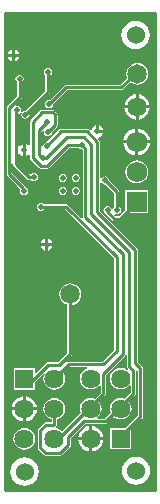
<source format=gbl>
G04*
G04 #@! TF.GenerationSoftware,Altium Limited,Altium Designer,18.0.12 (696)*
G04*
G04 Layer_Physical_Order=2*
G04 Layer_Color=16711680*
%FSLAX25Y25*%
%MOIN*%
G70*
G01*
G75*
%ADD10C,0.01000*%
%ADD53C,0.06890*%
%ADD54R,0.06890X0.06890*%
%ADD55C,0.06400*%
%ADD56R,0.06400X0.06400*%
%ADD57C,0.06000*%
%ADD58C,0.06500*%
%ADD59C,0.02000*%
%ADD60C,0.01968*%
G36*
X262598Y277854D02*
X212598Y277854D01*
X212598Y382795D01*
X213098Y382946D01*
X213164Y382849D01*
X216510Y379502D01*
X217645Y378367D01*
X217524Y378186D01*
X217418Y377658D01*
X217524Y377129D01*
X217823Y376681D01*
X218271Y376382D01*
X218799Y376277D01*
X219328Y376382D01*
X219776Y376681D01*
X220075Y377129D01*
X220180Y377658D01*
X220075Y378186D01*
X219776Y378634D01*
X219338Y378926D01*
X219309Y379074D01*
X219120Y379356D01*
X217742Y380734D01*
X214651Y383825D01*
Y386612D01*
X215151Y386661D01*
X215199Y386419D01*
X215388Y386137D01*
X219857Y381667D01*
X220139Y381479D01*
X220473Y381412D01*
X221000D01*
X221071Y381307D01*
X221519Y381008D01*
X222047Y380903D01*
X222576Y381008D01*
X223024Y381307D01*
X223323Y381755D01*
X223428Y382283D01*
X223323Y382812D01*
X223024Y383260D01*
X222576Y383559D01*
X222047Y383664D01*
X221519Y383559D01*
X221071Y383260D01*
X220580Y383408D01*
X216875Y387113D01*
Y389866D01*
X217375Y390018D01*
X217456Y389897D01*
X218117Y389455D01*
X218398Y389399D01*
Y391339D01*
Y393278D01*
X218117Y393223D01*
X217456Y392780D01*
X217375Y392659D01*
X216875Y392811D01*
Y403411D01*
X217064Y403449D01*
X217512Y403748D01*
X217523Y403765D01*
X217994Y403570D01*
X217911Y403150D01*
X218016Y402621D01*
X218315Y402173D01*
X218763Y401874D01*
X219291Y401769D01*
X219820Y401874D01*
X220268Y402173D01*
X220567Y402621D01*
X220672Y403150D01*
X220648Y403274D01*
X227388Y410014D01*
X227576Y410297D01*
X227643Y410630D01*
Y416276D01*
X227748Y416346D01*
X228047Y416794D01*
X228152Y417323D01*
X228047Y417851D01*
X227748Y418299D01*
X227300Y418599D01*
X226772Y418704D01*
X226243Y418599D01*
X225795Y418299D01*
X225496Y417851D01*
X225391Y417323D01*
X225496Y416794D01*
X225795Y416346D01*
X225901Y416276D01*
Y410991D01*
X219416Y404506D01*
X219291Y404530D01*
X218763Y404425D01*
X218315Y404126D01*
X218304Y404109D01*
X217833Y404304D01*
X217916Y404724D01*
X217811Y405253D01*
X217512Y405701D01*
X217064Y406000D01*
X216535Y406105D01*
X216256Y406050D01*
X216010Y406511D01*
X217939Y408439D01*
X218128Y408722D01*
X218194Y409055D01*
Y414111D01*
X218299Y414181D01*
X218599Y414629D01*
X218704Y415158D01*
X218599Y415686D01*
X218299Y416134D01*
X217851Y416433D01*
X217323Y416538D01*
X216794Y416433D01*
X216346Y416134D01*
X216047Y415686D01*
X215942Y415158D01*
X216047Y414629D01*
X216346Y414181D01*
X216452Y414111D01*
Y409416D01*
X213164Y406128D01*
X213098Y406030D01*
X212598Y406182D01*
Y437008D01*
X262598Y437008D01*
X262598Y277854D01*
D02*
G37*
%LPC*%
G36*
X256004Y434450D02*
X254781Y434289D01*
X253641Y433817D01*
X252662Y433066D01*
X251912Y432087D01*
X251439Y430947D01*
X251278Y429724D01*
X251439Y428501D01*
X251912Y427362D01*
X252662Y426383D01*
X253641Y425632D01*
X254781Y425160D01*
X256004Y424999D01*
X257227Y425160D01*
X258367Y425632D01*
X259345Y426383D01*
X260096Y427362D01*
X260568Y428501D01*
X260729Y429724D01*
X260568Y430947D01*
X260096Y432087D01*
X259345Y433066D01*
X258367Y433817D01*
X257227Y434289D01*
X256004Y434450D01*
D02*
G37*
G36*
X215854Y424774D02*
Y423335D01*
X217294D01*
X217238Y423615D01*
X216796Y424277D01*
X216135Y424719D01*
X215854Y424774D01*
D02*
G37*
G36*
X214854D02*
X214574Y424719D01*
X213912Y424277D01*
X213470Y423615D01*
X213415Y423335D01*
X214854D01*
Y424774D01*
D02*
G37*
G36*
X217294Y422335D02*
X215854D01*
Y420895D01*
X216135Y420951D01*
X216796Y421393D01*
X217238Y422054D01*
X217294Y422335D01*
D02*
G37*
G36*
X214854D02*
X213415D01*
X213470Y422054D01*
X213912Y421393D01*
X214574Y420951D01*
X214854Y420895D01*
Y422335D01*
D02*
G37*
G36*
X256594Y420368D02*
X255654Y420244D01*
X254777Y419881D01*
X254024Y419303D01*
X253446Y418550D01*
X253083Y417673D01*
X252959Y416732D01*
X253083Y415791D01*
X253216Y415471D01*
X250919Y413174D01*
X232972D01*
X232639Y413108D01*
X232357Y412919D01*
X227454Y408016D01*
X227165Y408074D01*
X226637Y407969D01*
X226189Y407669D01*
X225890Y407221D01*
X225784Y406693D01*
X225890Y406165D01*
X226189Y405717D01*
X226637Y405417D01*
X227165Y405312D01*
X227694Y405417D01*
X228142Y405717D01*
X228441Y406165D01*
X228534Y406633D01*
X233333Y411432D01*
X251279D01*
X251613Y411498D01*
X251895Y411687D01*
X254220Y414011D01*
X254777Y413584D01*
X255654Y413221D01*
X256594Y413097D01*
X257535Y413221D01*
X258412Y413584D01*
X259165Y414162D01*
X259743Y414915D01*
X260106Y415791D01*
X260230Y416732D01*
X260106Y417673D01*
X259743Y418550D01*
X259165Y419303D01*
X258412Y419881D01*
X257535Y420244D01*
X256594Y420368D01*
D02*
G37*
G36*
X256996Y409930D02*
Y406209D01*
X260717D01*
X260637Y406818D01*
X260208Y407852D01*
X259527Y408740D01*
X258639Y409421D01*
X257606Y409849D01*
X256996Y409930D01*
D02*
G37*
G36*
X255996D02*
X255387Y409849D01*
X254353Y409421D01*
X253465Y408740D01*
X252784Y407852D01*
X252356Y406818D01*
X252275Y406209D01*
X255996D01*
Y409930D01*
D02*
G37*
G36*
X260717Y405209D02*
X256996D01*
Y401488D01*
X257606Y401568D01*
X258639Y401996D01*
X259527Y402677D01*
X260208Y403565D01*
X260637Y404599D01*
X260717Y405209D01*
D02*
G37*
G36*
X255996D02*
X252275D01*
X252356Y404599D01*
X252784Y403565D01*
X253465Y402677D01*
X254353Y401996D01*
X255387Y401568D01*
X255996Y401488D01*
Y405209D01*
D02*
G37*
G36*
X243807Y399577D02*
Y398138D01*
X245247D01*
X245191Y398418D01*
X244749Y399080D01*
X244087Y399522D01*
X243807Y399577D01*
D02*
G37*
G36*
X256898Y398472D02*
Y394555D01*
X260815D01*
X260728Y395216D01*
X260280Y396297D01*
X259568Y397225D01*
X258639Y397938D01*
X257558Y398386D01*
X256898Y398472D01*
D02*
G37*
G36*
X255898Y398472D02*
X255237Y398386D01*
X254156Y397938D01*
X253227Y397225D01*
X252515Y396297D01*
X252067Y395216D01*
X251980Y394555D01*
X255898D01*
Y398472D01*
D02*
G37*
G36*
X228346Y404808D02*
X224803D01*
X224470Y404742D01*
X224187Y404553D01*
X221038Y401403D01*
X220849Y401121D01*
X220782Y400787D01*
Y393018D01*
X220533Y392884D01*
X220283Y392819D01*
X219678Y393223D01*
X219398Y393278D01*
Y391339D01*
Y389399D01*
X219678Y389455D01*
X220283Y389859D01*
X220533Y389793D01*
X220782Y389660D01*
Y388728D01*
X220849Y388395D01*
X221038Y388112D01*
X223774Y385376D01*
X224056Y385187D01*
X224390Y385121D01*
X226543D01*
X226877Y385187D01*
X227159Y385376D01*
X233825Y392042D01*
X236945D01*
X237016Y391937D01*
X237464Y391638D01*
X237992Y391532D01*
X238064Y391547D01*
X238436Y391215D01*
Y369020D01*
X238486Y368768D01*
X238284Y368578D01*
X238074Y368473D01*
X233490Y373057D01*
X233207Y373246D01*
X232874Y373312D01*
X225456D01*
X225386Y373417D01*
X224938Y373717D01*
X224410Y373822D01*
X223881Y373717D01*
X223433Y373417D01*
X223134Y372969D01*
X223029Y372441D01*
X223134Y371913D01*
X223433Y371464D01*
X223881Y371165D01*
X224410Y371060D01*
X224938Y371165D01*
X225386Y371464D01*
X225456Y371570D01*
X232513D01*
X248901Y355183D01*
Y324739D01*
X244890Y320728D01*
X233696D01*
X233363Y320662D01*
X233263Y320596D01*
X232944Y320984D01*
X234622Y322662D01*
X234811Y322944D01*
X234877Y323278D01*
X234877Y339754D01*
X235193Y339795D01*
X236070Y340159D01*
X236823Y340737D01*
X237400Y341489D01*
X237764Y342366D01*
X237887Y343307D01*
X237764Y344248D01*
X237400Y345125D01*
X236823Y345878D01*
X236070Y346456D01*
X235193Y346819D01*
X234252Y346942D01*
X233311Y346819D01*
X232434Y346456D01*
X231681Y345878D01*
X231104Y345125D01*
X230740Y344248D01*
X230616Y343307D01*
X230740Y342366D01*
X231104Y341489D01*
X231681Y340737D01*
X232434Y340159D01*
X233135Y339868D01*
X233135Y323638D01*
X230127Y320630D01*
X226951D01*
X226618Y320564D01*
X226335Y320375D01*
X222914Y316954D01*
X222452Y317145D01*
Y318613D01*
X215343D01*
Y311505D01*
X222452D01*
Y314028D01*
X225235Y316811D01*
X225659Y316528D01*
X225435Y315987D01*
X225313Y315059D01*
X225435Y314131D01*
X225793Y313267D01*
X226363Y312524D01*
X227105Y311954D01*
X227970Y311596D01*
X228898Y311474D01*
X229825Y311596D01*
X230690Y311954D01*
X231433Y312524D01*
X232002Y313267D01*
X232361Y314131D01*
X232483Y315059D01*
X232361Y315987D01*
X232002Y316852D01*
X231967Y316897D01*
X234057Y318986D01*
X239827D01*
X239927Y318486D01*
X239290Y318223D01*
X238548Y317653D01*
X237978Y316911D01*
X237620Y316046D01*
X237498Y315118D01*
X237620Y314190D01*
X237978Y313326D01*
X238548Y312583D01*
X239290Y312013D01*
X240155Y311655D01*
X241083Y311533D01*
X242011Y311655D01*
X242875Y312013D01*
X243618Y312583D01*
X243904Y312957D01*
X244405Y312787D01*
Y310499D01*
X242347Y308441D01*
X242011Y308581D01*
X241083Y308703D01*
X240155Y308581D01*
X239290Y308223D01*
X238548Y307653D01*
X237978Y306911D01*
X237620Y306046D01*
X237498Y305118D01*
X237620Y304190D01*
X237759Y303853D01*
X231496Y297590D01*
X231433Y297594D01*
X230690Y298164D01*
X229825Y298522D01*
X229484Y298567D01*
X229362Y299087D01*
X229446Y299143D01*
X229514Y299211D01*
X229702Y299493D01*
X229769Y299827D01*
Y301589D01*
X229825Y301596D01*
X230690Y301954D01*
X231433Y302524D01*
X232002Y303267D01*
X232361Y304131D01*
X232483Y305059D01*
X232361Y305987D01*
X232002Y306852D01*
X231433Y307594D01*
X230690Y308164D01*
X229825Y308522D01*
X228898Y308644D01*
X227970Y308522D01*
X227105Y308164D01*
X226363Y307594D01*
X225793Y306852D01*
X225435Y305987D01*
X225313Y305059D01*
X225435Y304131D01*
X225793Y303267D01*
X226363Y302524D01*
X227105Y301954D01*
X227970Y301596D01*
X228027Y301589D01*
Y300630D01*
X226137D01*
X225804Y300564D01*
X225521Y300375D01*
X223695Y298549D01*
X223506Y298266D01*
X223440Y297933D01*
Y292126D01*
X223506Y291793D01*
X223695Y291510D01*
X225462Y289743D01*
X225745Y289554D01*
X226078Y289488D01*
X230844D01*
X231178Y289554D01*
X231460Y289743D01*
X234214Y292496D01*
X234402Y292779D01*
X234469Y293112D01*
Y295271D01*
X239213Y300015D01*
X246024D01*
X246357Y300081D01*
X246640Y300270D01*
X248777Y302407D01*
X249290Y302013D01*
X250155Y301655D01*
X251083Y301533D01*
X252011Y301655D01*
X252875Y302013D01*
X253618Y302583D01*
X254187Y303326D01*
X254545Y304190D01*
X254668Y305118D01*
X254545Y306046D01*
X254187Y306911D01*
X253794Y307424D01*
X255931Y309561D01*
X256120Y309844D01*
X256186Y310177D01*
Y317644D01*
X256535Y317911D01*
X256669Y317948D01*
X256708Y317927D01*
Y302802D01*
X252578Y298672D01*
X247528D01*
Y291564D01*
X254637D01*
Y298267D01*
X258195Y301825D01*
X258383Y302108D01*
X258450Y302441D01*
Y318602D01*
X258383Y318936D01*
X258195Y319218D01*
X256808Y320605D01*
Y357941D01*
X256742Y358274D01*
X256553Y358557D01*
X244178Y370932D01*
Y380389D01*
X244678Y380541D01*
X244890Y380224D01*
X245338Y379925D01*
X245866Y379820D01*
X245990Y379845D01*
X248846Y376989D01*
Y372325D01*
X248741Y372254D01*
X248441Y371806D01*
X248438Y371792D01*
X247937Y371788D01*
X247928Y371790D01*
X247630Y372236D01*
X247182Y372536D01*
X246654Y372641D01*
X246125Y372536D01*
X245677Y372236D01*
X245378Y371788D01*
X245273Y371260D01*
X245378Y370731D01*
X245677Y370283D01*
X245932Y370113D01*
X246038Y369955D01*
X248173Y367819D01*
X248456Y367630D01*
X248789Y367564D01*
X250778D01*
X251111Y367630D01*
X251394Y367819D01*
X253830Y370256D01*
X260197D01*
Y377854D01*
X252598D01*
Y371488D01*
X250417Y369306D01*
X249150D01*
X248787Y369669D01*
X249106Y370057D01*
X249188Y370002D01*
X249717Y369897D01*
X250245Y370002D01*
X250693Y370302D01*
X250993Y370749D01*
X251098Y371278D01*
X250993Y371806D01*
X250693Y372254D01*
X250588Y372325D01*
Y377350D01*
X250522Y377683D01*
X250333Y377966D01*
X247222Y381077D01*
X247247Y381201D01*
X247142Y381729D01*
X246843Y382177D01*
X246395Y382476D01*
X245866Y382582D01*
X245338Y382476D01*
X244890Y382177D01*
X244678Y381861D01*
X244178Y382012D01*
Y394102D01*
X244112Y394436D01*
X243923Y394718D01*
X243512Y395129D01*
X243676Y395672D01*
X244087Y395754D01*
X244749Y396196D01*
X245191Y396857D01*
X245247Y397138D01*
X243307D01*
Y397638D01*
X242807D01*
Y399577D01*
X242527Y399522D01*
X241865Y399080D01*
X241423Y398418D01*
X241341Y398007D01*
X240799Y397842D01*
X240388Y398254D01*
X240105Y398443D01*
X239772Y398509D01*
X231299D01*
X230966Y398443D01*
X230683Y398254D01*
X226318Y393889D01*
X225850Y393795D01*
X225401Y393496D01*
X225102Y393048D01*
X225025Y392658D01*
X224525Y392707D01*
Y397505D01*
X225102Y398082D01*
X225495Y397772D01*
X225390Y397243D01*
X225495Y396715D01*
X225795Y396267D01*
X226243Y395968D01*
X226771Y395862D01*
X227300Y395968D01*
X227748Y396267D01*
X228047Y396715D01*
X228152Y397243D01*
X228127Y397368D01*
X229750Y398990D01*
X229939Y399273D01*
X230005Y399606D01*
Y403150D01*
X229939Y403483D01*
X229750Y403765D01*
X228962Y404553D01*
X228680Y404742D01*
X228346Y404808D01*
D02*
G37*
G36*
X260815Y393555D02*
X256898D01*
Y389638D01*
X257558Y389725D01*
X258639Y390173D01*
X259568Y390885D01*
X260280Y391813D01*
X260728Y392895D01*
X260815Y393555D01*
D02*
G37*
G36*
X255898D02*
X251980D01*
X252067Y392895D01*
X252515Y391813D01*
X253227Y390885D01*
X254156Y390173D01*
X255237Y389725D01*
X255898Y389638D01*
Y393555D01*
D02*
G37*
G36*
X236024Y383451D02*
X235501Y383348D01*
X235059Y383052D01*
X234763Y382609D01*
X234659Y382087D01*
X234763Y381564D01*
X235059Y381121D01*
X235501Y380826D01*
X236024Y380722D01*
X236546Y380826D01*
X236989Y381121D01*
X237284Y381564D01*
X237388Y382087D01*
X237284Y382609D01*
X236989Y383052D01*
X236546Y383348D01*
X236024Y383451D01*
D02*
G37*
G36*
X231693D02*
X231171Y383348D01*
X230728Y383052D01*
X230432Y382609D01*
X230328Y382087D01*
X230432Y381564D01*
X230728Y381121D01*
X231171Y380826D01*
X231693Y380722D01*
X232215Y380826D01*
X232658Y381121D01*
X232954Y381564D01*
X233058Y382087D01*
X232954Y382609D01*
X232658Y383052D01*
X232215Y383348D01*
X231693Y383451D01*
D02*
G37*
G36*
X256398Y387887D02*
X255406Y387756D01*
X254482Y387374D01*
X253688Y386765D01*
X253079Y385971D01*
X252696Y385047D01*
X252566Y384055D01*
X252696Y383063D01*
X253079Y382139D01*
X253688Y381346D01*
X254482Y380736D01*
X255406Y380354D01*
X256398Y380223D01*
X257389Y380354D01*
X258314Y380736D01*
X259107Y381346D01*
X259716Y382139D01*
X260099Y383063D01*
X260230Y384055D01*
X260099Y385047D01*
X259716Y385971D01*
X259107Y386765D01*
X258314Y387374D01*
X257389Y387756D01*
X256398Y387887D01*
D02*
G37*
G36*
X236024Y379121D02*
X235501Y379017D01*
X235059Y378721D01*
X234763Y378278D01*
X234659Y377756D01*
X234763Y377234D01*
X235059Y376791D01*
X235501Y376495D01*
X236024Y376391D01*
X236546Y376495D01*
X236989Y376791D01*
X237284Y377234D01*
X237388Y377756D01*
X237284Y378278D01*
X236989Y378721D01*
X236546Y379017D01*
X236024Y379121D01*
D02*
G37*
G36*
X231693D02*
X231171Y379017D01*
X230728Y378721D01*
X230432Y378278D01*
X230328Y377756D01*
X230432Y377234D01*
X230728Y376791D01*
X231171Y376495D01*
X231693Y376391D01*
X232215Y376495D01*
X232658Y376791D01*
X232954Y377234D01*
X233058Y377756D01*
X232954Y378278D01*
X232658Y378721D01*
X232215Y379017D01*
X231693Y379121D01*
D02*
G37*
G36*
X226878Y361684D02*
Y360244D01*
X228318D01*
X228262Y360524D01*
X227820Y361186D01*
X227158Y361628D01*
X226878Y361684D01*
D02*
G37*
G36*
X225878D02*
X225598Y361628D01*
X224936Y361186D01*
X224494Y360524D01*
X224438Y360244D01*
X225878D01*
Y361684D01*
D02*
G37*
G36*
X228318Y359244D02*
X226878D01*
Y357804D01*
X227158Y357860D01*
X227820Y358302D01*
X228262Y358964D01*
X228318Y359244D01*
D02*
G37*
G36*
X225878D02*
X224438D01*
X224494Y358964D01*
X224936Y358302D01*
X225598Y357860D01*
X225878Y357804D01*
Y359244D01*
D02*
G37*
G36*
X219398Y309229D02*
Y305559D01*
X223068D01*
X222990Y306155D01*
X222566Y307177D01*
X221893Y308054D01*
X221016Y308728D01*
X219994Y309151D01*
X219398Y309229D01*
D02*
G37*
G36*
X218398D02*
X217801Y309151D01*
X216779Y308728D01*
X215902Y308054D01*
X215229Y307177D01*
X214806Y306155D01*
X214727Y305559D01*
X218398D01*
Y309229D01*
D02*
G37*
G36*
X223068Y304559D02*
X219398D01*
Y300889D01*
X219994Y300967D01*
X221016Y301390D01*
X221893Y302064D01*
X222566Y302941D01*
X222990Y303963D01*
X223068Y304559D01*
D02*
G37*
G36*
X218398D02*
X214727D01*
X214806Y303963D01*
X215229Y302941D01*
X215902Y302064D01*
X216779Y301390D01*
X217801Y300967D01*
X218398Y300889D01*
Y304559D01*
D02*
G37*
G36*
X241583Y299289D02*
Y295618D01*
X245253D01*
X245175Y296215D01*
X244751Y297236D01*
X244078Y298114D01*
X243201Y298787D01*
X242179Y299210D01*
X241583Y299289D01*
D02*
G37*
G36*
X240583D02*
X239986Y299210D01*
X238965Y298787D01*
X238087Y298114D01*
X237414Y297236D01*
X236991Y296215D01*
X236912Y295618D01*
X240583D01*
Y299289D01*
D02*
G37*
G36*
X218898Y298644D02*
X217970Y298522D01*
X217105Y298164D01*
X216363Y297594D01*
X215793Y296852D01*
X215435Y295987D01*
X215313Y295059D01*
X215435Y294131D01*
X215793Y293267D01*
X216363Y292524D01*
X217105Y291954D01*
X217970Y291596D01*
X218898Y291474D01*
X219826Y291596D01*
X220690Y291954D01*
X221433Y292524D01*
X222002Y293267D01*
X222360Y294131D01*
X222483Y295059D01*
X222360Y295987D01*
X222002Y296852D01*
X221433Y297594D01*
X220690Y298164D01*
X219826Y298522D01*
X218898Y298644D01*
D02*
G37*
G36*
X245253Y294618D02*
X241583D01*
Y290948D01*
X242179Y291026D01*
X243201Y291449D01*
X244078Y292123D01*
X244751Y293000D01*
X245175Y294022D01*
X245253Y294618D01*
D02*
G37*
G36*
X240583D02*
X236912D01*
X236991Y294022D01*
X237414Y293000D01*
X238087Y292123D01*
X238965Y291449D01*
X239986Y291026D01*
X240583Y290948D01*
Y294618D01*
D02*
G37*
G36*
X256201Y289174D02*
X254978Y289013D01*
X253838Y288541D01*
X252859Y287790D01*
X252108Y286812D01*
X251636Y285672D01*
X251475Y284449D01*
X251636Y283226D01*
X252108Y282086D01*
X252859Y281107D01*
X253838Y280356D01*
X254978Y279884D01*
X256201Y279723D01*
X257424Y279884D01*
X258563Y280356D01*
X259542Y281107D01*
X260293Y282086D01*
X260765Y283226D01*
X260926Y284449D01*
X260765Y285672D01*
X260293Y286812D01*
X259542Y287790D01*
X258563Y288541D01*
X257424Y289013D01*
X256201Y289174D01*
D02*
G37*
G36*
X218996Y288879D02*
X217773Y288718D01*
X216633Y288246D01*
X215655Y287495D01*
X214904Y286516D01*
X214432Y285377D01*
X214271Y284154D01*
X214432Y282930D01*
X214904Y281791D01*
X215655Y280812D01*
X216633Y280061D01*
X217773Y279589D01*
X218996Y279428D01*
X220219Y279589D01*
X221359Y280061D01*
X222338Y280812D01*
X223088Y281791D01*
X223561Y282930D01*
X223722Y284154D01*
X223561Y285377D01*
X223088Y286516D01*
X222338Y287495D01*
X221359Y288246D01*
X220219Y288718D01*
X218996Y288879D01*
D02*
G37*
%LPD*%
G36*
X253066Y322849D02*
Y319193D01*
X253132Y318860D01*
X253321Y318577D01*
X253605Y318293D01*
X253275Y317916D01*
X252875Y318223D01*
X252011Y318581D01*
X251083Y318703D01*
X250155Y318581D01*
X249290Y318223D01*
X248548Y317653D01*
X247978Y316911D01*
X247620Y316046D01*
X247498Y315118D01*
X247620Y314190D01*
X247978Y313326D01*
X248548Y312583D01*
X249290Y312013D01*
X250155Y311655D01*
X251083Y311533D01*
X252011Y311655D01*
X252875Y312013D01*
X253618Y312583D01*
X253944Y313008D01*
X254444Y312839D01*
Y310538D01*
X252347Y308441D01*
X252011Y308581D01*
X251083Y308703D01*
X250155Y308581D01*
X249290Y308223D01*
X248548Y307653D01*
X247978Y306911D01*
X247620Y306046D01*
X247498Y305118D01*
X247620Y304190D01*
X247759Y303853D01*
X245663Y301757D01*
X243362D01*
X243193Y302257D01*
X243618Y302583D01*
X244187Y303326D01*
X244546Y304190D01*
X244668Y305118D01*
X244546Y306046D01*
X244187Y306911D01*
X243794Y307424D01*
X245891Y309522D01*
X246080Y309804D01*
X246147Y310138D01*
Y316424D01*
X252388Y322665D01*
X252566Y322932D01*
X252608Y322941D01*
X253066Y322849D01*
D02*
G37*
D10*
X226181Y400787D02*
X226378Y400591D01*
X246024Y300886D02*
X255315Y310177D01*
X238852Y300886D02*
X246024D01*
X233598Y295631D02*
X238852Y300886D01*
X224311Y297933D02*
X226137Y299759D01*
X224311Y292126D02*
Y297933D01*
Y292126D02*
X226078Y290359D01*
X255937Y320244D02*
Y357941D01*
X243307Y370571D02*
X255937Y357941D01*
X243307Y370571D02*
Y394102D01*
X253937Y319193D02*
Y357219D01*
X251772Y323281D02*
Y356556D01*
X239307Y369020D02*
X251772Y356556D01*
X239307Y369020D02*
Y391598D01*
X226078Y290359D02*
X230844D01*
X226137Y299759D02*
X228830D01*
X245276Y316785D02*
X251772Y323281D01*
X245276Y310138D02*
Y316785D01*
X240295Y305157D02*
X245276Y310138D01*
X245866Y381201D02*
X249717Y377350D01*
X227264Y406595D02*
X232972Y412303D01*
X248789Y368435D02*
X250778D01*
X256398Y374055D01*
X246654Y370571D02*
X248789Y368435D01*
X246654Y370571D02*
Y371260D01*
X249717Y371278D02*
Y377350D01*
X251279Y412303D02*
X255807Y416831D01*
X232972Y412303D02*
X251279D01*
X233598Y293112D02*
Y295631D01*
X230844Y290359D02*
X233598Y293112D01*
X228830Y299759D02*
X228898Y299827D01*
Y305059D01*
X230197Y295059D02*
X240295Y305157D01*
X228898Y295059D02*
X230197D01*
X220768Y313576D02*
Y315059D01*
Y313576D02*
X226951Y319759D01*
X218898Y315059D02*
X220768D01*
X230487Y319759D02*
X234006Y323278D01*
X226951Y319759D02*
X230487D01*
X234006Y342372D02*
X234006Y323278D01*
X233696Y319858D02*
X245251D01*
X228898Y315059D02*
X233696Y319858D01*
X245251D02*
X249772Y324378D01*
Y355543D01*
X253937Y319193D02*
X255315Y317815D01*
Y310177D02*
Y317815D01*
X255937Y320244D02*
X257579Y318602D01*
Y302441D02*
Y318602D01*
X232874Y372441D02*
X249772Y355543D01*
X224410Y372441D02*
X232874D01*
X237992Y392913D02*
X239307Y391598D01*
X241307Y369849D02*
Y393134D01*
Y369849D02*
X253937Y357219D01*
X250295Y295158D02*
X257579Y302441D01*
X227165Y406693D02*
X227264Y406595D01*
X238809Y395632D02*
X241307Y393134D01*
X239772Y397638D02*
X243307Y394102D01*
X220473Y382283D02*
X222047D01*
X216003Y386752D02*
X220473Y382283D01*
X216003Y404192D02*
X216535Y404724D01*
X216003Y386752D02*
Y404192D01*
X226772Y410630D02*
Y417323D01*
X219291Y403150D02*
X226772Y410630D01*
X213779Y405512D02*
X217323Y409055D01*
X213779Y383465D02*
Y405512D01*
Y383465D02*
X214567Y382677D01*
X226378Y392717D02*
X231299Y397638D01*
X226378Y392520D02*
Y392717D01*
X233034Y395632D02*
X238809D01*
X231299Y397638D02*
X239772D01*
X226122Y388720D02*
X233034Y395632D01*
X229134Y399606D02*
Y403150D01*
X226771Y397243D02*
X229134Y399606D01*
X226181Y400787D02*
X226378D01*
X228346Y403937D02*
X229134Y403150D01*
X233465Y392913D02*
X237992D01*
X226543Y385992D02*
X233465Y392913D01*
X223654Y397866D02*
X226378Y400591D01*
X223654Y389732D02*
Y397866D01*
Y389732D02*
X224665Y388720D01*
X221654Y400787D02*
X224803Y403937D01*
X228346D01*
X214567Y382677D02*
X217126Y380118D01*
X217323Y409055D02*
Y415158D01*
X217126Y380118D02*
X218504Y378740D01*
X224665Y388720D02*
X225197D01*
X226122D01*
X221654Y388728D02*
Y400787D01*
Y388728D02*
X224390Y385992D01*
X226543D01*
X212598Y277854D02*
Y437008D01*
Y277854D02*
X262598D01*
Y437008D01*
X212598D02*
X262598D01*
D53*
X256398Y394055D02*
D03*
Y384055D02*
D03*
D54*
Y374055D02*
D03*
D55*
X251083Y315118D02*
D03*
X241083D02*
D03*
X251083Y305118D02*
D03*
X241083D02*
D03*
Y295118D02*
D03*
X218898Y295059D02*
D03*
X228898D02*
D03*
X218898Y305059D02*
D03*
X228898D02*
D03*
Y315059D02*
D03*
D56*
X251083Y295118D02*
D03*
X218898Y315059D02*
D03*
D57*
X256201Y284449D02*
D03*
X218996Y284154D02*
D03*
X256004Y429724D02*
D03*
D58*
X256594Y416732D02*
D03*
X256496Y405709D02*
D03*
X234252Y343307D02*
D03*
D59*
X245866Y381201D02*
D03*
X249717Y371278D02*
D03*
X246654Y371260D02*
D03*
X226378Y359744D02*
D03*
X222047Y382283D02*
D03*
X226772Y417323D02*
D03*
X216535Y404724D02*
D03*
X226378Y392520D02*
D03*
X219291Y403150D02*
D03*
X226378Y400787D02*
D03*
X227165Y406693D02*
D03*
X243307Y397638D02*
D03*
X224410Y372441D02*
D03*
X226771Y397243D02*
D03*
X215354Y422835D02*
D03*
X237992Y392913D02*
D03*
X217323Y415158D02*
D03*
X218898Y391339D02*
D03*
X218799Y377658D02*
D03*
X225197Y388720D02*
D03*
D60*
X231693Y382087D02*
D03*
X236024D02*
D03*
X231693Y377756D02*
D03*
X236024D02*
D03*
M02*

</source>
